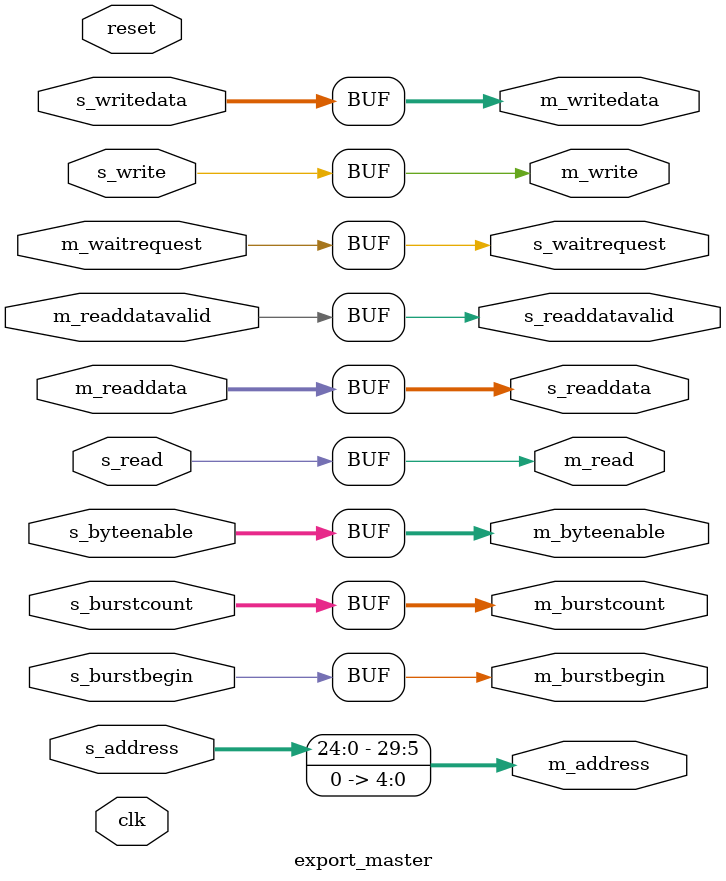
<source format=v>
module export_master #
(
	parameter DWIDTH = 256,
	parameter AWIDTH_S = 25,
	parameter AWIDTH_M = 30,
	parameter BYTEWIDTH = 32,
	parameter BURSTWIDTH = 5
)
(
	input clk,
	input reset,
	
	input [AWIDTH_S-1:0] s_address,
	input [BYTEWIDTH-1:0] s_byteenable,
	input [BURSTWIDTH-1:0] s_burstcount,
	input s_write,
	input [DWIDTH-1:0] s_writedata,
	input s_read,
	output [DWIDTH-1:0] s_readdata,
	output s_readdatavalid,
	output s_waitrequest,
	input s_burstbegin,
	
	output [AWIDTH_M-1:0] m_address,
	output [BYTEWIDTH-1:0] m_byteenable,
	output [BURSTWIDTH-1:0] m_burstcount,
	output m_write,
	output [DWIDTH-1:0] m_writedata,
	output m_read,
	input [DWIDTH-1:0] m_readdata,
	input m_readdatavalid,
	input m_waitrequest,
	output m_burstbegin
);

assign m_address = {s_address, {(AWIDTH_M-AWIDTH_S){1'b0}}};
assign m_byteenable = s_byteenable;
assign m_burstcount = s_burstcount;
assign m_write = s_write;
assign m_writedata = s_writedata;
assign m_read = s_read;
assign s_readdata = m_readdata;
assign s_readdatavalid = m_readdatavalid;
assign s_waitrequest = m_waitrequest;
assign m_burstbegin = s_burstbegin;

endmodule

	
</source>
